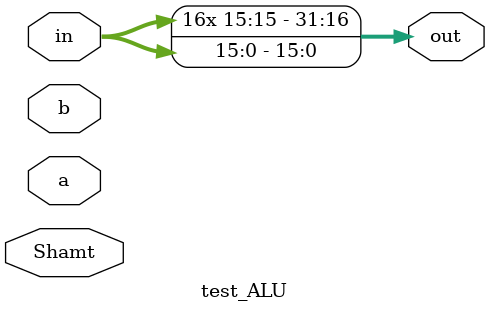
<source format=v>
`timescale 1ns / 1ps


module test_ALU(
    input [31:0] a,b,
    input [15:0] in,
    input [4:0] Shamt,
    output [31:0] out
    );
    
    assign out = {{16{in[15]}}, in};
endmodule

</source>
